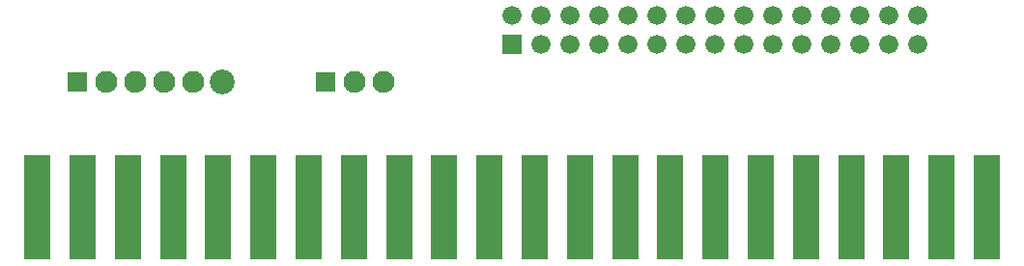
<source format=gts>
G04 start of page 2 for group 2 layer_idx 6 *
G04 Title: (unknown), top_mask *
G04 Creator: pcb-rnd 2.3.0 *
G04 CreationDate: 2021-05-04 01:15:46 UTC *
G04 For:  *
G04 Format: Gerber/RS-274X *
G04 PCB-Dimensions: 600000 500000 *
G04 PCB-Coordinate-Origin: lower left *
%MOIN*%
%FSLAX25Y25*%
%LNTOP_MASK_NONE_2*%
%ADD39C,0.0660*%
%ADD38C,0.0860*%
%ADD37C,0.0760*%
%ADD36C,0.0001*%
G54D36*G36*
X131700Y170500D02*X122700D01*
Y134500D01*
X131700D01*
Y170500D01*
G37*
G36*
X147300D02*X138300D01*
Y134500D01*
X147300D01*
Y170500D01*
G37*
G36*
X137700Y199300D02*X144300D01*
Y192700D01*
X137700D01*
Y199300D01*
G37*
G36*
X162900Y170500D02*X153900D01*
Y134500D01*
X162900D01*
Y170500D01*
G37*
G54D37*X151000Y196000D03*
X161000D03*
X171000D03*
X181000D03*
G54D38*X191000D03*
G54D36*G36*
X178500Y170500D02*X169500D01*
Y134500D01*
X178500D01*
Y170500D01*
G37*
G36*
X194100D02*X185100D01*
Y134500D01*
X194100D01*
Y170500D01*
G37*
G36*
X209700D02*X200700D01*
Y134500D01*
X209700D01*
Y170500D01*
G37*
G36*
X225300D02*X216300D01*
Y134500D01*
X225300D01*
Y170500D01*
G37*
G36*
X240900D02*X231900D01*
Y134500D01*
X240900D01*
Y170500D01*
G37*
G36*
X223200Y199300D02*X229800D01*
Y192700D01*
X223200D01*
Y199300D01*
G37*
G54D37*X236500Y196000D03*
X246500D03*
G54D36*G36*
X256500Y170500D02*X247500D01*
Y134500D01*
X256500D01*
Y170500D01*
G37*
G36*
X287700Y212300D02*X294300D01*
Y205700D01*
X287700D01*
Y212300D01*
G37*
G54D39*X291000Y219000D03*
X301000D03*
X311000Y209000D03*
Y219000D03*
G54D36*G36*
X272100Y170500D02*X263100D01*
Y134500D01*
X272100D01*
Y170500D01*
G37*
G54D39*X301000Y209000D03*
X321000D03*
Y219000D03*
X331000Y209000D03*
X341000D03*
X351000D03*
X361000D03*
X371000D03*
X381000D03*
X391000D03*
X401000D03*
X411000D03*
X421000D03*
X431000D03*
X331000Y219000D03*
X341000D03*
X351000D03*
X361000D03*
X371000D03*
X381000D03*
X391000D03*
X401000D03*
X411000D03*
X421000D03*
X431000D03*
G54D36*G36*
X287700Y170500D02*X278700D01*
Y134500D01*
X287700D01*
Y170500D01*
G37*
G36*
X303300D02*X294300D01*
Y134500D01*
X303300D01*
Y170500D01*
G37*
G36*
X318900D02*X309900D01*
Y134500D01*
X318900D01*
Y170500D01*
G37*
G36*
X334500D02*X325500D01*
Y134500D01*
X334500D01*
Y170500D01*
G37*
G36*
X350100D02*X341100D01*
Y134500D01*
X350100D01*
Y170500D01*
G37*
G36*
X365700D02*X356700D01*
Y134500D01*
X365700D01*
Y170500D01*
G37*
G36*
X381300D02*X372300D01*
Y134500D01*
X381300D01*
Y170500D01*
G37*
G36*
X396900D02*X387900D01*
Y134500D01*
X396900D01*
Y170500D01*
G37*
G36*
X412500D02*X403500D01*
Y134500D01*
X412500D01*
Y170500D01*
G37*
G36*
X428100D02*X419100D01*
Y134500D01*
X428100D01*
Y170500D01*
G37*
G36*
X443700D02*X434700D01*
Y134500D01*
X443700D01*
Y170500D01*
G37*
G36*
X459300D02*X450300D01*
Y134500D01*
X459300D01*
Y170500D01*
G37*
M02*

</source>
